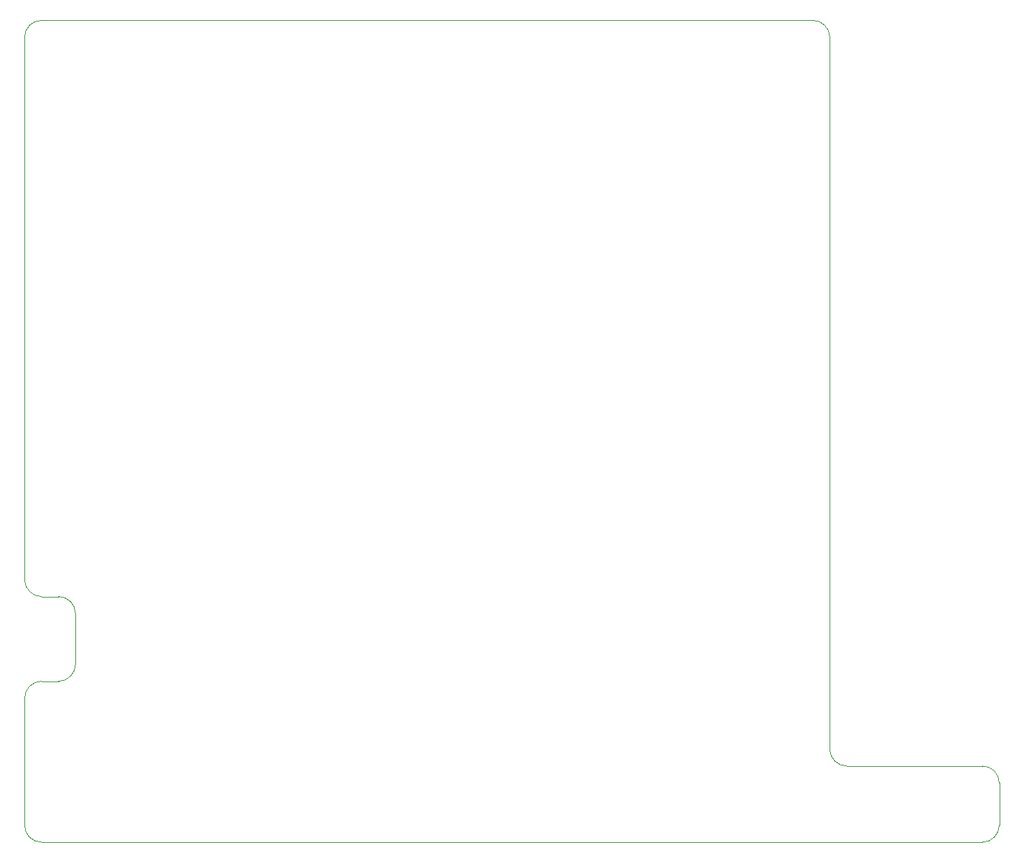
<source format=gm1>
G04 #@! TF.GenerationSoftware,KiCad,Pcbnew,5.1.9+dfsg1-1*
G04 #@! TF.CreationDate,2022-08-21T22:58:33+09:00*
G04 #@! TF.ProjectId,lenovo-tab4-8p-no-battery-psu,6c656e6f-766f-42d7-9461-62342d38702d,rev?*
G04 #@! TF.SameCoordinates,Original*
G04 #@! TF.FileFunction,Profile,NP*
%FSLAX46Y46*%
G04 Gerber Fmt 4.6, Leading zero omitted, Abs format (unit mm)*
G04 Created by KiCad (PCBNEW 5.1.9+dfsg1-1) date 2022-08-21 22:58:33*
%MOMM*%
%LPD*%
G01*
G04 APERTURE LIST*
G04 #@! TA.AperFunction,Profile*
%ADD10C,0.050000*%
G04 #@! TD*
G04 APERTURE END LIST*
D10*
X147000000Y-131000000D02*
G75*
G02*
X145000000Y-129000000I0J2000000D01*
G01*
X149000000Y-131000000D02*
G75*
G02*
X151000000Y-133000000I0J-2000000D01*
G01*
X151000000Y-139000000D02*
G75*
G02*
X149000000Y-141000000I-2000000J0D01*
G01*
X145000000Y-143000000D02*
G75*
G02*
X147000000Y-141000000I2000000J0D01*
G01*
X147000000Y-160000000D02*
G75*
G02*
X145000000Y-158000000I0J2000000D01*
G01*
X260000000Y-158000000D02*
G75*
G02*
X258000000Y-160000000I-2000000J0D01*
G01*
X258000000Y-151000000D02*
G75*
G02*
X260000000Y-153000000I0J-2000000D01*
G01*
X242000000Y-151000000D02*
G75*
G02*
X240000000Y-149000000I0J2000000D01*
G01*
X238000000Y-63000000D02*
G75*
G02*
X240000000Y-65000000I0J-2000000D01*
G01*
X145000000Y-65000000D02*
G75*
G02*
X147000000Y-63000000I2000000J0D01*
G01*
X147000000Y-160000000D02*
X258000000Y-160000000D01*
X145000000Y-143000000D02*
X145000000Y-158000000D01*
X147000000Y-141000000D02*
X149000000Y-141000000D01*
X151000000Y-133000000D02*
X151000000Y-139000000D01*
X147000000Y-131000000D02*
X149000000Y-131000000D01*
X145000000Y-65000000D02*
X145000000Y-129000000D01*
X238000000Y-63000000D02*
X147000000Y-63000000D01*
X240000000Y-149000000D02*
X240000000Y-65000000D01*
X258000000Y-151000000D02*
X242000000Y-151000000D01*
X260000000Y-158000000D02*
X260000000Y-153000000D01*
M02*

</source>
